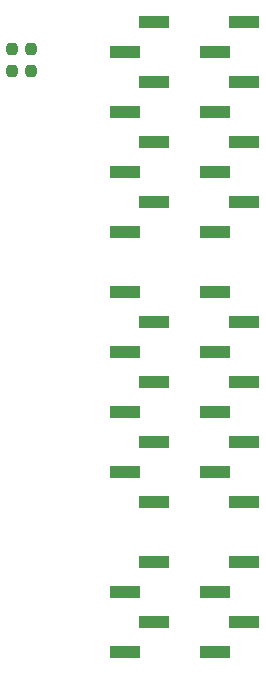
<source format=gbr>
G04 #@! TF.GenerationSoftware,KiCad,Pcbnew,9.0.6-9.0.6~ubuntu25.10.1*
G04 #@! TF.CreationDate,2025-11-17T13:41:12+09:00*
G04 #@! TF.ProjectId,bionic-z180vsc,62696f6e-6963-42d7-9a31-38307673632e,2*
G04 #@! TF.SameCoordinates,Original*
G04 #@! TF.FileFunction,Paste,Bot*
G04 #@! TF.FilePolarity,Positive*
%FSLAX46Y46*%
G04 Gerber Fmt 4.6, Leading zero omitted, Abs format (unit mm)*
G04 Created by KiCad (PCBNEW 9.0.6-9.0.6~ubuntu25.10.1) date 2025-11-17 13:41:12*
%MOMM*%
%LPD*%
G01*
G04 APERTURE LIST*
G04 Aperture macros list*
%AMRoundRect*
0 Rectangle with rounded corners*
0 $1 Rounding radius*
0 $2 $3 $4 $5 $6 $7 $8 $9 X,Y pos of 4 corners*
0 Add a 4 corners polygon primitive as box body*
4,1,4,$2,$3,$4,$5,$6,$7,$8,$9,$2,$3,0*
0 Add four circle primitives for the rounded corners*
1,1,$1+$1,$2,$3*
1,1,$1+$1,$4,$5*
1,1,$1+$1,$6,$7*
1,1,$1+$1,$8,$9*
0 Add four rect primitives between the rounded corners*
20,1,$1+$1,$2,$3,$4,$5,0*
20,1,$1+$1,$4,$5,$6,$7,0*
20,1,$1+$1,$6,$7,$8,$9,0*
20,1,$1+$1,$8,$9,$2,$3,0*%
G04 Aperture macros list end*
%ADD10RoundRect,0.237500X-0.237500X0.250000X-0.237500X-0.250000X0.237500X-0.250000X0.237500X0.250000X0*%
%ADD11R,2.510000X1.000000*%
G04 APERTURE END LIST*
D10*
X99095000Y-79906000D03*
X99095000Y-81731000D03*
X100746000Y-79906000D03*
X100746000Y-81731000D03*
D11*
X116265400Y-130960000D03*
X118754600Y-128420000D03*
X116265400Y-125880000D03*
X118754600Y-123340000D03*
X118754600Y-118260000D03*
X116265400Y-115720000D03*
X118754600Y-113180000D03*
X116265400Y-110640000D03*
X118754600Y-108100000D03*
X116265400Y-105560000D03*
X118754600Y-103020000D03*
X116265400Y-100480000D03*
X116265400Y-95400000D03*
X118754600Y-92860000D03*
X116265400Y-90320000D03*
X118754600Y-87780000D03*
X116265400Y-85240000D03*
X118754600Y-82700000D03*
X116265400Y-80160000D03*
X118754600Y-77620000D03*
X111134600Y-77620000D03*
X108645400Y-80160000D03*
X111134600Y-82700000D03*
X108645400Y-85240000D03*
X111134600Y-87780000D03*
X108645400Y-90320000D03*
X111134600Y-92860000D03*
X108645400Y-95400000D03*
X108645400Y-100480000D03*
X111134600Y-103020000D03*
X108645400Y-105560000D03*
X111134600Y-108100000D03*
X108645400Y-110640000D03*
X111134600Y-113180000D03*
X108645400Y-115720000D03*
X111134600Y-118260000D03*
X111134600Y-123340000D03*
X108645400Y-125880000D03*
X111134600Y-128420000D03*
X108645400Y-130960000D03*
M02*

</source>
